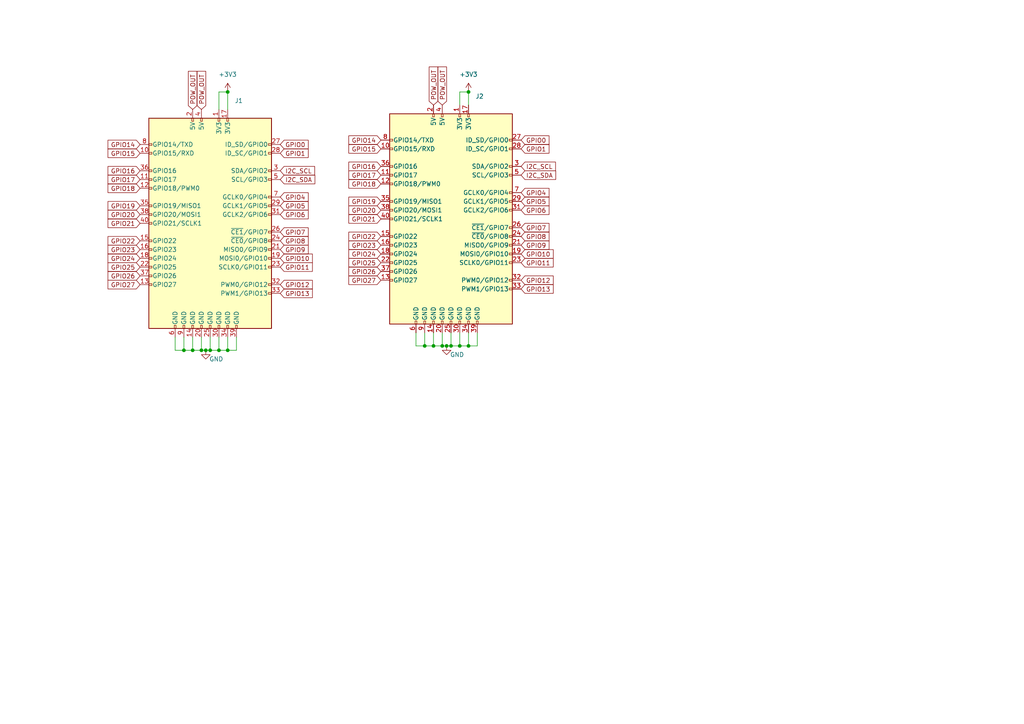
<source format=kicad_sch>
(kicad_sch (version 20211123) (generator eeschema)
  (paper "A4")
  (lib_symbols
    (symbol "Connector:Raspberry_Pi_2_3" (pin_names (offset 1.016))
      (property "Reference" "J" (at -17.78 31.75 0))
      (property "Value" "Raspberry_Pi_2_3" (at 10.16 -31.75 0))
      (symbol "Raspberry_Pi_2_3_0_1"
        (rectangle (start -17.78 30.48) (end 17.78 -30.48) (stroke (width 0.254)) (fill (type background)))
      )
      (symbol "Raspberry_Pi_2_3_1_1"
        (rectangle (start -16.891 -17.526) (end -17.78 -18.034))
        (rectangle (start -16.891 -14.986) (end -17.78 -15.494))
        (rectangle (start -16.891 -12.446) (end -17.78 -12.954))
        (rectangle (start -16.891 -9.906) (end -17.78 -10.414))
        (rectangle (start -16.891 -7.366) (end -17.78 -7.874))
        (rectangle (start -16.891 -4.826) (end -17.78 -5.334))
        (rectangle (start -16.891 0.254) (end -17.78 -0.254))
        (rectangle (start -16.891 2.794) (end -17.78 2.286))
        (rectangle (start -16.891 5.334) (end -17.78 4.826))
        (rectangle (start -16.891 10.414) (end -17.78 9.906))
        (rectangle (start -16.891 12.954) (end -17.78 12.446))
        (rectangle (start -16.891 15.494) (end -17.78 14.986))
        (rectangle (start -16.891 20.574) (end -17.78 20.066))
        (rectangle (start -16.891 23.114) (end -17.78 22.606))
        (rectangle (start -10.414 -29.591) (end -9.906 -30.48))
        (rectangle (start -7.874 -29.591) (end -7.366 -30.48))
        (rectangle (start -5.334 -29.591) (end -4.826 -30.48))
        (rectangle (start -5.334 30.48) (end -4.826 29.591))
        (rectangle (start -2.794 -29.591) (end -2.286 -30.48))
        (rectangle (start -2.794 30.48) (end -2.286 29.591))
        (rectangle (start -0.254 -29.591) (end 0.254 -30.48))
        (rectangle (start 2.286 -29.591) (end 2.794 -30.48))
        (rectangle (start 2.286 30.48) (end 2.794 29.591))
        (rectangle (start 4.826 -29.591) (end 5.334 -30.48))
        (rectangle (start 4.826 30.48) (end 5.334 29.591))
        (rectangle (start 7.366 -29.591) (end 7.874 -30.48))
        (rectangle (start 17.78 -20.066) (end 16.891 -20.574))
        (rectangle (start 17.78 -17.526) (end 16.891 -18.034))
        (rectangle (start 17.78 -12.446) (end 16.891 -12.954))
        (rectangle (start 17.78 -9.906) (end 16.891 -10.414))
        (rectangle (start 17.78 -7.366) (end 16.891 -7.874))
        (rectangle (start 17.78 -4.826) (end 16.891 -5.334))
        (rectangle (start 17.78 -2.286) (end 16.891 -2.794))
        (rectangle (start 17.78 2.794) (end 16.891 2.286))
        (rectangle (start 17.78 5.334) (end 16.891 4.826))
        (rectangle (start 17.78 7.874) (end 16.891 7.366))
        (rectangle (start 17.78 12.954) (end 16.891 12.446))
        (rectangle (start 17.78 15.494) (end 16.891 14.986))
        (rectangle (start 17.78 20.574) (end 16.891 20.066))
        (rectangle (start 17.78 23.114) (end 16.891 22.606))
        (pin power_in line (at 2.54 33.02 270) (length 2.54) (name "3V3") (number "1"))
        (pin bidirectional line (at -20.32 20.32 0) (length 2.54) (name "GPIO15/RXD") (number "10"))
        (pin bidirectional line (at -20.32 12.7 0) (length 2.54) (name "GPIO17") (number "11"))
        (pin bidirectional line (at -20.32 10.16 0) (length 2.54) (name "GPIO18/PWM0") (number "12"))
        (pin bidirectional line (at -20.32 -17.78 0) (length 2.54) (name "GPIO27") (number "13"))
        (pin power_in line (at -5.08 -33.02 90) (length 2.54) (name "GND") (number "14"))
        (pin bidirectional line (at -20.32 -5.08 0) (length 2.54) (name "GPIO22") (number "15"))
        (pin bidirectional line (at -20.32 -7.62 0) (length 2.54) (name "GPIO23") (number "16"))
        (pin power_in line (at 5.08 33.02 270) (length 2.54) (name "3V3") (number "17"))
        (pin bidirectional line (at -20.32 -10.16 0) (length 2.54) (name "GPIO24") (number "18"))
        (pin bidirectional line (at 20.32 -10.16 180) (length 2.54) (name "MOSI0/GPIO10") (number "19"))
        (pin power_in line (at -5.08 33.02 270) (length 2.54) (name "5V") (number "2"))
        (pin power_in line (at -2.54 -33.02 90) (length 2.54) (name "GND") (number "20"))
        (pin bidirectional line (at 20.32 -7.62 180) (length 2.54) (name "MISO0/GPIO9") (number "21"))
        (pin bidirectional line (at -20.32 -12.7 0) (length 2.54) (name "GPIO25") (number "22"))
        (pin bidirectional line (at 20.32 -12.7 180) (length 2.54) (name "SCLK0/GPIO11") (number "23"))
        (pin bidirectional line (at 20.32 -5.08 180) (length 2.54) (name "~{CE0}/GPIO8") (number "24"))
        (pin power_in line (at 0 -33.02 90) (length 2.54) (name "GND") (number "25"))
        (pin bidirectional line (at 20.32 -2.54 180) (length 2.54) (name "~{CE1}/GPIO7") (number "26"))
        (pin bidirectional line (at 20.32 22.86 180) (length 2.54) (name "ID_SD/GPIO0") (number "27"))
        (pin bidirectional line (at 20.32 20.32 180) (length 2.54) (name "ID_SC/GPIO1") (number "28"))
        (pin bidirectional line (at 20.32 5.08 180) (length 2.54) (name "GCLK1/GPIO5") (number "29"))
        (pin bidirectional line (at 20.32 15.24 180) (length 2.54) (name "SDA/GPIO2") (number "3"))
        (pin power_in line (at 2.54 -33.02 90) (length 2.54) (name "GND") (number "30"))
        (pin bidirectional line (at 20.32 2.54 180) (length 2.54) (name "GCLK2/GPIO6") (number "31"))
        (pin bidirectional line (at 20.32 -17.78 180) (length 2.54) (name "PWM0/GPIO12") (number "32"))
        (pin bidirectional line (at 20.32 -20.32 180) (length 2.54) (name "PWM1/GPIO13") (number "33"))
        (pin power_in line (at 5.08 -33.02 90) (length 2.54) (name "GND") (number "34"))
        (pin bidirectional line (at -20.32 5.08 0) (length 2.54) (name "GPIO19/MISO1") (number "35"))
        (pin bidirectional line (at -20.32 15.24 0) (length 2.54) (name "GPIO16") (number "36"))
        (pin bidirectional line (at -20.32 -15.24 0) (length 2.54) (name "GPIO26") (number "37"))
        (pin bidirectional line (at -20.32 2.54 0) (length 2.54) (name "GPIO20/MOSI1") (number "38"))
        (pin power_in line (at 7.62 -33.02 90) (length 2.54) (name "GND") (number "39"))
        (pin power_in line (at -2.54 33.02 270) (length 2.54) (name "5V") (number "4"))
        (pin bidirectional line (at -20.32 0 0) (length 2.54) (name "GPIO21/SCLK1") (number "40"))
        (pin bidirectional line (at 20.32 12.7 180) (length 2.54) (name "SCL/GPIO3") (number "5"))
        (pin power_in line (at -10.16 -33.02 90) (length 2.54) (name "GND") (number "6"))
        (pin bidirectional line (at 20.32 7.62 180) (length 2.54) (name "GCLK0/GPIO4") (number "7"))
        (pin bidirectional line (at -20.32 22.86 0) (length 2.54) (name "GPIO14/TXD") (number "8"))
        (pin power_in line (at -7.62 -33.02 90) (length 2.54) (name "GND") (number "9"))
      )
    )
    (symbol "power:+3.3V" (power) (pin_names (offset 0))
      (property "Value" "+3.3V" (at 0 3.556 0))
      (symbol "+3.3V_0_1"
        (polyline (pts (xy -0.762 1.27) (xy 0 2.54)))
        (polyline (pts (xy 0 0) (xy 0 2.54)))
        (polyline (pts (xy 0 2.54) (xy 0.762 1.27)))
      )
      (symbol "+3.3V_1_1"
        (pin power_in line (at 0 0 90) (length 0) hide (name "+3V3") (number "1"))
      )
    )
    (symbol "power:GND" (power) (pin_names (offset 0))
      (property "Value" "GND" (at 0 -3.81 0))
      (symbol "GND_0_1"
        (polyline (pts (xy 0 0) (xy 0 -1.27) (xy 1.27 -1.27) (xy 0 -2.54) (xy -1.27 -1.27) (xy 0 -1.27)))
      )
      (symbol "GND_1_1"
        (pin power_in line (at 0 0 270) (length 0) hide (name "GND") (number "1"))
      )
    )
  )
  (junction (at 135.89 100.33))
  (junction (at 63.5 101.6))
  (junction (at 58.42 101.6))
  (junction (at 129.54 100.33))
  (junction (at 125.73 100.33))
  (junction (at 123.19 100.33))
  (junction (at 130.81 100.33))
  (junction (at 66.04 101.6))
  (junction (at 53.34 101.6))
  (junction (at 59.69 101.6))
  (junction (at 66.04 26.67))
  (junction (at 55.88 101.6))
  (junction (at 133.35 100.33))
  (junction (at 128.27 100.33))
  (junction (at 135.89 26.67))
  (junction (at 60.96 101.6))
  (wire (pts (xy 60.96 101.6) (xy 59.69 101.6)))
  (wire (pts (xy 128.27 96.52) (xy 128.27 100.33)))
  (wire (pts (xy 66.04 26.67) (xy 66.04 31.75)))
  (wire (pts (xy 135.89 96.52) (xy 135.89 100.33)))
  (wire (pts (xy 135.89 100.33) (xy 133.35 100.33)))
  (wire (pts (xy 133.35 96.52) (xy 133.35 100.33)))
  (wire (pts (xy 63.5 26.67) (xy 66.04 26.67)))
  (wire (pts (xy 130.81 96.52) (xy 130.81 100.33)))
  (wire (pts (xy 120.65 96.52) (xy 120.65 100.33)))
  (wire (pts (xy 55.88 97.79) (xy 55.88 101.6)))
  (wire (pts (xy 58.42 97.79) (xy 58.42 101.6)))
  (wire (pts (xy 135.89 30.48) (xy 135.89 26.67)))
  (wire (pts (xy 68.58 97.79) (xy 68.58 101.6)))
  (wire (pts (xy 55.88 101.6) (xy 58.42 101.6)))
  (wire (pts (xy 53.34 101.6) (xy 55.88 101.6)))
  (wire (pts (xy 123.19 100.33) (xy 125.73 100.33)))
  (wire (pts (xy 66.04 101.6) (xy 63.5 101.6)))
  (wire (pts (xy 60.96 97.79) (xy 60.96 101.6)))
  (wire (pts (xy 50.8 97.79) (xy 50.8 101.6)))
  (wire (pts (xy 133.35 26.67) (xy 133.35 30.48)))
  (wire (pts (xy 135.89 26.67) (xy 133.35 26.67)))
  (wire (pts (xy 125.73 96.52) (xy 125.73 100.33)))
  (wire (pts (xy 63.5 97.79) (xy 63.5 101.6)))
  (wire (pts (xy 63.5 101.6) (xy 60.96 101.6)))
  (wire (pts (xy 53.34 97.79) (xy 53.34 101.6)))
  (wire (pts (xy 133.35 100.33) (xy 130.81 100.33)))
  (wire (pts (xy 125.73 100.33) (xy 128.27 100.33)))
  (wire (pts (xy 66.04 97.79) (xy 66.04 101.6)))
  (wire (pts (xy 138.43 100.33) (xy 135.89 100.33)))
  (wire (pts (xy 120.65 100.33) (xy 123.19 100.33)))
  (wire (pts (xy 63.5 31.75) (xy 63.5 26.67)))
  (wire (pts (xy 128.27 100.33) (xy 129.54 100.33)))
  (wire (pts (xy 123.19 96.52) (xy 123.19 100.33)))
  (wire (pts (xy 68.58 101.6) (xy 66.04 101.6)))
  (wire (pts (xy 50.8 101.6) (xy 53.34 101.6)))
  (wire (pts (xy 138.43 96.52) (xy 138.43 100.33)))
  (wire (pts (xy 58.42 101.6) (xy 59.69 101.6)))
  (wire (pts (xy 130.81 100.33) (xy 129.54 100.33)))
  (global_label "GPIO15" (shape input) (at 40.64 44.45 180) (property "Intersheet References" "${INTERSHEET_REFS}" (effects hide)))
  (global_label "GPIO22" (shape input) (at 110.49 68.58 180) (property "Intersheet References" "${INTERSHEET_REFS}" (effects hide)))
  (global_label "GPIO16" (shape input) (at 40.64 49.53 180) (property "Intersheet References" "${INTERSHEET_REFS}" (effects hide)))
  (global_label "GPIO26" (shape input) (at 40.64 80.01 180) (property "Intersheet References" "${INTERSHEET_REFS}" (effects hide)))
  (global_label "GPIO12" (shape input) (at 81.28 82.55 0) (property "Intersheet References" "${INTERSHEET_REFS}" (effects hide)))
  (global_label "GPIO24" (shape input) (at 40.64 74.93 180) (property "Intersheet References" "${INTERSHEET_REFS}" (effects hide)))
  (global_label "GPIO19" (shape input) (at 110.49 58.42 180) (property "Intersheet References" "${INTERSHEET_REFS}" (effects hide)))
  (global_label "GPIO22" (shape input) (at 40.64 69.85 180) (property "Intersheet References" "${INTERSHEET_REFS}" (effects hide)))
  (global_label "GPIO13" (shape input) (at 81.28 85.09 0) (property "Intersheet References" "${INTERSHEET_REFS}" (effects hide)))
  (global_label "GPIO0" (shape input) (at 151.13 40.64 0) (property "Intersheet References" "${INTERSHEET_REFS}" (effects hide)))
  (global_label "GPIO6" (shape input) (at 81.28 62.23 0) (property "Intersheet References" "${INTERSHEET_REFS}" (effects hide)))
  (global_label "GPIO25" (shape input) (at 40.64 77.47 180) (property "Intersheet References" "${INTERSHEET_REFS}" (effects hide)))
  (global_label "GPIO10" (shape input) (at 151.13 73.66 0) (property "Intersheet References" "${INTERSHEET_REFS}" (effects hide)))
  (global_label "POW_OUT" (shape input) (at 58.42 31.75 90) (property "Intersheet References" "${INTERSHEET_REFS}" (effects hide)))
  (global_label "GPIO18" (shape input) (at 40.64 54.61 180) (property "Intersheet References" "${INTERSHEET_REFS}" (effects hide)))
  (global_label "GPIO21" (shape input) (at 40.64 64.77 180) (property "Intersheet References" "${INTERSHEET_REFS}" (effects hide)))
  (global_label "GPIO11" (shape input) (at 81.28 77.47 0) (property "Intersheet References" "${INTERSHEET_REFS}" (effects hide)))
  (global_label "GPIO14" (shape input) (at 40.64 41.91 180) (property "Intersheet References" "${INTERSHEET_REFS}" (effects hide)))
  (global_label "GPIO5" (shape input) (at 151.13 58.42 0) (property "Intersheet References" "${INTERSHEET_REFS}" (effects hide)))
  (global_label "GPIO15" (shape input) (at 110.49 43.18 180) (property "Intersheet References" "${INTERSHEET_REFS}" (effects hide)))
  (global_label "POW_OUT" (shape input) (at 125.73 30.48 90) (property "Intersheet References" "${INTERSHEET_REFS}" (effects hide)))
  (global_label "GPIO25" (shape input) (at 110.49 76.2 180) (property "Intersheet References" "${INTERSHEET_REFS}" (effects hide)))
  (global_label "GPIO8" (shape input) (at 81.28 69.85 0) (property "Intersheet References" "${INTERSHEET_REFS}" (effects hide)))
  (global_label "GPIO23" (shape input) (at 40.64 72.39 180) (property "Intersheet References" "${INTERSHEET_REFS}" (effects hide)))
  (global_label "GPIO4" (shape input) (at 151.13 55.88 0) (property "Intersheet References" "${INTERSHEET_REFS}" (effects hide)))
  (global_label "GPIO6" (shape input) (at 151.13 60.96 0) (property "Intersheet References" "${INTERSHEET_REFS}" (effects hide)))
  (global_label "GPIO4" (shape input) (at 81.28 57.15 0) (property "Intersheet References" "${INTERSHEET_REFS}" (effects hide)))
  (global_label "GPIO0" (shape input) (at 81.28 41.91 0) (property "Intersheet References" "${INTERSHEET_REFS}" (effects hide)))
  (global_label "GPIO27" (shape input) (at 110.49 81.28 180) (property "Intersheet References" "${INTERSHEET_REFS}" (effects hide)))
  (global_label "I2C_SCL" (shape input) (at 81.28 49.53 0) (property "Intersheet References" "${INTERSHEET_REFS}" (effects hide)))
  (global_label "POW_OUT" (shape input) (at 55.88 31.75 90) (property "Intersheet References" "${INTERSHEET_REFS}" (effects hide)))
  (global_label "GPIO11" (shape input) (at 151.13 76.2 0) (property "Intersheet References" "${INTERSHEET_REFS}" (effects hide)))
  (global_label "GPIO17" (shape input) (at 110.49 50.8 180) (property "Intersheet References" "${INTERSHEET_REFS}" (effects hide)))
  (global_label "GPIO1" (shape input) (at 81.28 44.45 0) (property "Intersheet References" "${INTERSHEET_REFS}" (effects hide)))
  (global_label "GPIO20" (shape input) (at 110.49 60.96 180) (property "Intersheet References" "${INTERSHEET_REFS}" (effects hide)))
  (global_label "GPIO27" (shape input) (at 40.64 82.55 180) (property "Intersheet References" "${INTERSHEET_REFS}" (effects hide)))
  (global_label "GPIO19" (shape input) (at 40.64 59.69 180) (property "Intersheet References" "${INTERSHEET_REFS}" (effects hide)))
  (global_label "GPIO9" (shape input) (at 81.28 72.39 0) (property "Intersheet References" "${INTERSHEET_REFS}" (effects hide)))
  (global_label "GPIO16" (shape input) (at 110.49 48.26 180) (property "Intersheet References" "${INTERSHEET_REFS}" (effects hide)))
  (global_label "GPIO8" (shape input) (at 151.13 68.58 0) (property "Intersheet References" "${INTERSHEET_REFS}" (effects hide)))
  (global_label "GPIO5" (shape input) (at 81.28 59.69 0) (property "Intersheet References" "${INTERSHEET_REFS}" (effects hide)))
  (global_label "GPIO1" (shape input) (at 151.13 43.18 0) (property "Intersheet References" "${INTERSHEET_REFS}" (effects hide)))
  (global_label "GPIO23" (shape input) (at 110.49 71.12 180) (property "Intersheet References" "${INTERSHEET_REFS}" (effects hide)))
  (global_label "GPIO17" (shape input) (at 40.64 52.07 180) (property "Intersheet References" "${INTERSHEET_REFS}" (effects hide)))
  (global_label "POW_OUT" (shape input) (at 128.27 30.48 90) (property "Intersheet References" "${INTERSHEET_REFS}" (effects hide)))
  (global_label "I2C_SDA" (shape input) (at 151.13 50.8 0) (property "Intersheet References" "${INTERSHEET_REFS}" (effects hide)))
  (global_label "I2C_SCL" (shape input) (at 151.13 48.26 0) (property "Intersheet References" "${INTERSHEET_REFS}" (effects hide)))
  (global_label "GPIO12" (shape input) (at 151.13 81.28 0) (property "Intersheet References" "${INTERSHEET_REFS}" (effects hide)))
  (global_label "GPIO21" (shape input) (at 110.49 63.5 180) (property "Intersheet References" "${INTERSHEET_REFS}" (effects hide)))
  (global_label "GPIO7" (shape input) (at 81.28 67.31 0) (property "Intersheet References" "${INTERSHEET_REFS}" (effects hide)))
  (global_label "GPIO9" (shape input) (at 151.13 71.12 0) (property "Intersheet References" "${INTERSHEET_REFS}" (effects hide)))
  (global_label "GPIO13" (shape input) (at 151.13 83.82 0) (property "Intersheet References" "${INTERSHEET_REFS}" (effects hide)))
  (global_label "GPIO20" (shape input) (at 40.64 62.23 180) (property "Intersheet References" "${INTERSHEET_REFS}" (effects hide)))
  (global_label "GPIO24" (shape input) (at 110.49 73.66 180) (property "Intersheet References" "${INTERSHEET_REFS}" (effects hide)))
  (global_label "GPIO14" (shape input) (at 110.49 40.64 180) (property "Intersheet References" "${INTERSHEET_REFS}" (effects hide)))
  (global_label "GPIO7" (shape input) (at 151.13 66.04 0) (property "Intersheet References" "${INTERSHEET_REFS}" (effects hide)))
  (global_label "I2C_SDA" (shape input) (at 81.28 52.07 0) (property "Intersheet References" "${INTERSHEET_REFS}" (effects hide)))
  (global_label "GPIO26" (shape input) (at 110.49 78.74 180) (property "Intersheet References" "${INTERSHEET_REFS}" (effects hide)))
  (global_label "GPIO18" (shape input) (at 110.49 53.34 180) (property "Intersheet References" "${INTERSHEET_REFS}" (effects hide)))
  (global_label "GPIO10" (shape input) (at 81.28 74.93 0) (property "Intersheet References" "${INTERSHEET_REFS}" (effects hide)))
  (symbol (lib_id "power:+3.3V") (at 66.04 26.67 0) (unit 1)
    (property "Reference" "#PWR012" (effects hide))
  )
  (symbol (lib_id "power:GND") (at 129.54 100.33 0) (unit 1)
    (property "Reference" "#PWR034" (effects hide))
    (property "Value" "GND" (at 134.62 102.87 0) (effects (justify right)))
  )
  (symbol (lib_id "power:GND") (at 59.69 101.6 0) (unit 1)
    (property "Reference" "#PWR09" (effects hide))
    (property "Value" "GND" (at 64.77 104.14 0) (effects (justify right)))
  )
  (symbol (lib_id "power:+3.3V") (at 135.89 26.67 0) (unit 1)
    (property "Reference" "#PWR035" (effects hide))
    (property "Value" "+3.3V" (at 135.89 21.59 0))
  )
  (symbol (lib_id "Connector:Raspberry_Pi_2_3") (at 130.81 63.5 0) (unit 1)
    (property "Reference" "J2" (at 137.9094 27.94 0) (effects (justify left)))
    (property "Datasheet" "https://www.raspberrypi.org/documentation/hardware/raspberrypi/schematics/rpi_SCH_3bplus_1p0_reduced.pdf" (effects hide))
  )
  (symbol (lib_id "Connector:Raspberry_Pi_2_3") (at 60.96 64.77 0) (unit 1)
    (property "Reference" "J1" (at 68.0594 29.21 0) (effects (justify left)))
    (property "Datasheet" "https://www.raspberrypi.org/documentation/hardware/raspberrypi/schematics/rpi_SCH_3bplus_1p0_reduced.pdf" (effects hide))
  )
)
</source>
